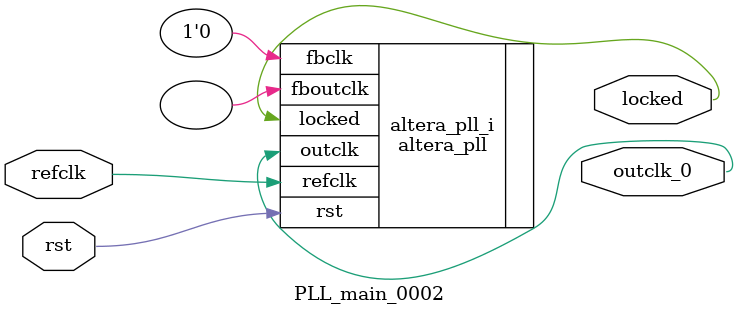
<source format=v>
`timescale 1ns/10ps
module  PLL_main_0002(

	// interface 'refclk'
	input wire refclk,

	// interface 'reset'
	input wire rst,

	// interface 'outclk0'
	output wire outclk_0,

	// interface 'locked'
	output wire locked
);

	altera_pll #(
		.fractional_vco_multiplier("false"),
		.reference_clock_frequency("50.0 MHz"),
		.operation_mode("direct"),
		.number_of_clocks(1),
		.output_clock_frequency0("10.000000 MHz"),
		.phase_shift0("0 ps"),
		.duty_cycle0(50),
		.output_clock_frequency1("0 MHz"),
		.phase_shift1("0 ps"),
		.duty_cycle1(50),
		.output_clock_frequency2("0 MHz"),
		.phase_shift2("0 ps"),
		.duty_cycle2(50),
		.output_clock_frequency3("0 MHz"),
		.phase_shift3("0 ps"),
		.duty_cycle3(50),
		.output_clock_frequency4("0 MHz"),
		.phase_shift4("0 ps"),
		.duty_cycle4(50),
		.output_clock_frequency5("0 MHz"),
		.phase_shift5("0 ps"),
		.duty_cycle5(50),
		.output_clock_frequency6("0 MHz"),
		.phase_shift6("0 ps"),
		.duty_cycle6(50),
		.output_clock_frequency7("0 MHz"),
		.phase_shift7("0 ps"),
		.duty_cycle7(50),
		.output_clock_frequency8("0 MHz"),
		.phase_shift8("0 ps"),
		.duty_cycle8(50),
		.output_clock_frequency9("0 MHz"),
		.phase_shift9("0 ps"),
		.duty_cycle9(50),
		.output_clock_frequency10("0 MHz"),
		.phase_shift10("0 ps"),
		.duty_cycle10(50),
		.output_clock_frequency11("0 MHz"),
		.phase_shift11("0 ps"),
		.duty_cycle11(50),
		.output_clock_frequency12("0 MHz"),
		.phase_shift12("0 ps"),
		.duty_cycle12(50),
		.output_clock_frequency13("0 MHz"),
		.phase_shift13("0 ps"),
		.duty_cycle13(50),
		.output_clock_frequency14("0 MHz"),
		.phase_shift14("0 ps"),
		.duty_cycle14(50),
		.output_clock_frequency15("0 MHz"),
		.phase_shift15("0 ps"),
		.duty_cycle15(50),
		.output_clock_frequency16("0 MHz"),
		.phase_shift16("0 ps"),
		.duty_cycle16(50),
		.output_clock_frequency17("0 MHz"),
		.phase_shift17("0 ps"),
		.duty_cycle17(50),
		.pll_type("General"),
		.pll_subtype("General")
	) altera_pll_i (
		.rst	(rst),
		.outclk	({outclk_0}),
		.locked	(locked),
		.fboutclk	( ),
		.fbclk	(1'b0),
		.refclk	(refclk)
	);
endmodule


</source>
